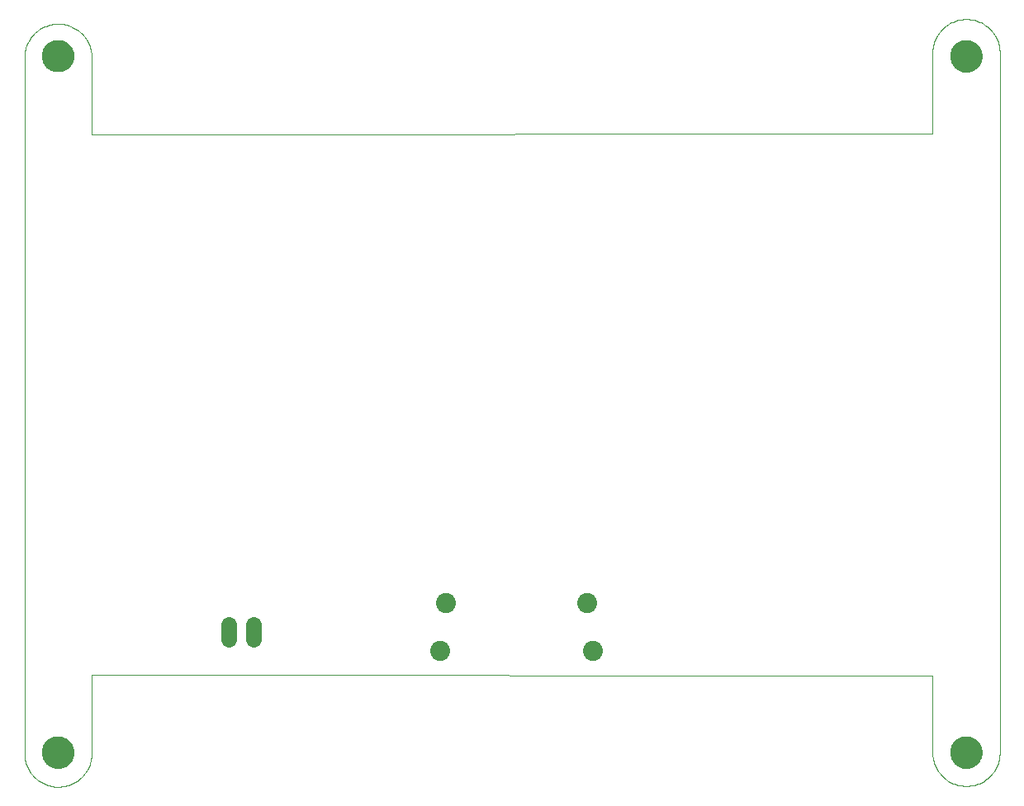
<source format=gbs>
G75*
G70*
%OFA0B0*%
%FSLAX24Y24*%
%IPPOS*%
%LPD*%
%AMOC8*
5,1,8,0,0,1.08239X$1,22.5*
%
%ADD10C,0.0000*%
%ADD11C,0.1300*%
%ADD12C,0.0808*%
%ADD13C,0.0640*%
D10*
X000504Y001489D02*
X000504Y029619D01*
X001232Y029639D02*
X001234Y029689D01*
X001240Y029739D01*
X001250Y029788D01*
X001264Y029836D01*
X001281Y029883D01*
X001302Y029928D01*
X001327Y029972D01*
X001355Y030013D01*
X001387Y030052D01*
X001421Y030089D01*
X001458Y030123D01*
X001498Y030153D01*
X001540Y030180D01*
X001584Y030204D01*
X001630Y030225D01*
X001677Y030241D01*
X001725Y030254D01*
X001775Y030263D01*
X001824Y030268D01*
X001875Y030269D01*
X001925Y030266D01*
X001974Y030259D01*
X002023Y030248D01*
X002071Y030233D01*
X002117Y030215D01*
X002162Y030193D01*
X002205Y030167D01*
X002246Y030138D01*
X002285Y030106D01*
X002321Y030071D01*
X002353Y030033D01*
X002383Y029993D01*
X002410Y029950D01*
X002433Y029906D01*
X002452Y029860D01*
X002468Y029812D01*
X002480Y029763D01*
X002488Y029714D01*
X002492Y029664D01*
X002492Y029614D01*
X002488Y029564D01*
X002480Y029515D01*
X002468Y029466D01*
X002452Y029418D01*
X002433Y029372D01*
X002410Y029328D01*
X002383Y029285D01*
X002353Y029245D01*
X002321Y029207D01*
X002285Y029172D01*
X002246Y029140D01*
X002205Y029111D01*
X002162Y029085D01*
X002117Y029063D01*
X002071Y029045D01*
X002023Y029030D01*
X001974Y029019D01*
X001925Y029012D01*
X001875Y029009D01*
X001824Y029010D01*
X001775Y029015D01*
X001725Y029024D01*
X001677Y029037D01*
X001630Y029053D01*
X001584Y029074D01*
X001540Y029098D01*
X001498Y029125D01*
X001458Y029155D01*
X001421Y029189D01*
X001387Y029226D01*
X001355Y029265D01*
X001327Y029306D01*
X001302Y029350D01*
X001281Y029395D01*
X001264Y029442D01*
X001250Y029490D01*
X001240Y029539D01*
X001234Y029589D01*
X001232Y029639D01*
X000504Y029619D02*
X000508Y029691D01*
X000517Y029763D01*
X000529Y029835D01*
X000545Y029905D01*
X000565Y029975D01*
X000588Y030043D01*
X000615Y030110D01*
X000646Y030176D01*
X000680Y030240D01*
X000717Y030302D01*
X000757Y030362D01*
X000801Y030419D01*
X000848Y030475D01*
X000897Y030527D01*
X000950Y030577D01*
X001005Y030624D01*
X001062Y030669D01*
X001122Y030710D01*
X001183Y030747D01*
X001247Y030782D01*
X001312Y030813D01*
X001379Y030840D01*
X001448Y030864D01*
X001517Y030884D01*
X001587Y030901D01*
X001659Y030914D01*
X001731Y030923D01*
X001803Y030928D01*
X001875Y030929D01*
X001947Y030926D01*
X002019Y030920D01*
X002091Y030910D01*
X002162Y030895D01*
X002232Y030878D01*
X002301Y030856D01*
X002369Y030831D01*
X002435Y030802D01*
X002500Y030770D01*
X002563Y030734D01*
X002624Y030695D01*
X002683Y030653D01*
X002739Y030608D01*
X002793Y030560D01*
X002845Y030509D01*
X002893Y030455D01*
X002939Y030399D01*
X002982Y030340D01*
X003021Y030280D01*
X003057Y030217D01*
X003090Y030153D01*
X003119Y030086D01*
X003145Y030019D01*
X003167Y029950D01*
X003185Y029880D01*
X003200Y029809D01*
X003211Y029737D01*
X003218Y029665D01*
X003221Y029593D01*
X003220Y029521D01*
X003220Y026470D01*
X037157Y026489D01*
X037157Y029757D01*
X037158Y029757D02*
X037160Y029829D01*
X037166Y029901D01*
X037175Y029973D01*
X037189Y030044D01*
X037206Y030114D01*
X037227Y030184D01*
X037251Y030252D01*
X037279Y030318D01*
X037311Y030383D01*
X037346Y030446D01*
X037384Y030508D01*
X037426Y030567D01*
X037471Y030624D01*
X037518Y030678D01*
X037569Y030730D01*
X037622Y030779D01*
X037677Y030825D01*
X037735Y030868D01*
X037796Y030908D01*
X037858Y030945D01*
X037922Y030978D01*
X037988Y031008D01*
X038055Y031034D01*
X038124Y031057D01*
X038194Y031076D01*
X038264Y031091D01*
X038336Y031103D01*
X038408Y031111D01*
X038480Y031115D01*
X038552Y031115D01*
X038624Y031111D01*
X038696Y031103D01*
X038768Y031091D01*
X038838Y031076D01*
X038908Y031057D01*
X038977Y031034D01*
X039044Y031008D01*
X039110Y030978D01*
X039174Y030945D01*
X039236Y030908D01*
X039297Y030868D01*
X039355Y030825D01*
X039410Y030779D01*
X039463Y030730D01*
X039514Y030678D01*
X039561Y030624D01*
X039606Y030567D01*
X039648Y030508D01*
X039686Y030446D01*
X039721Y030383D01*
X039753Y030318D01*
X039781Y030252D01*
X039805Y030184D01*
X039826Y030114D01*
X039843Y030044D01*
X039857Y029973D01*
X039866Y029901D01*
X039872Y029829D01*
X039874Y029757D01*
X039874Y001489D01*
X039872Y001417D01*
X039866Y001345D01*
X039857Y001273D01*
X039843Y001202D01*
X039826Y001132D01*
X039805Y001062D01*
X039781Y000994D01*
X039753Y000928D01*
X039721Y000863D01*
X039686Y000800D01*
X039648Y000738D01*
X039606Y000679D01*
X039561Y000622D01*
X039514Y000568D01*
X039463Y000516D01*
X039410Y000467D01*
X039355Y000421D01*
X039297Y000378D01*
X039236Y000338D01*
X039174Y000301D01*
X039110Y000268D01*
X039044Y000238D01*
X038977Y000212D01*
X038908Y000189D01*
X038838Y000170D01*
X038768Y000155D01*
X038696Y000143D01*
X038624Y000135D01*
X038552Y000131D01*
X038480Y000131D01*
X038408Y000135D01*
X038336Y000143D01*
X038264Y000155D01*
X038194Y000170D01*
X038124Y000189D01*
X038055Y000212D01*
X037988Y000238D01*
X037922Y000268D01*
X037858Y000301D01*
X037796Y000338D01*
X037735Y000378D01*
X037677Y000421D01*
X037622Y000467D01*
X037569Y000516D01*
X037518Y000568D01*
X037471Y000622D01*
X037426Y000679D01*
X037384Y000738D01*
X037346Y000800D01*
X037311Y000863D01*
X037279Y000928D01*
X037251Y000994D01*
X037227Y001062D01*
X037206Y001132D01*
X037189Y001202D01*
X037175Y001273D01*
X037166Y001345D01*
X037160Y001417D01*
X037158Y001489D01*
X037157Y001489D02*
X037157Y004600D01*
X003220Y004619D01*
X003220Y001430D01*
X003221Y001430D02*
X003217Y001358D01*
X003210Y001286D01*
X003199Y001215D01*
X003184Y001144D01*
X003165Y001074D01*
X003143Y001005D01*
X003117Y000938D01*
X003087Y000872D01*
X003054Y000807D01*
X003018Y000745D01*
X002978Y000684D01*
X002935Y000626D01*
X002889Y000570D01*
X002840Y000517D01*
X002789Y000466D01*
X002734Y000418D01*
X002678Y000373D01*
X002619Y000331D01*
X002558Y000293D01*
X002495Y000257D01*
X002430Y000225D01*
X002363Y000197D01*
X002295Y000172D01*
X002226Y000151D01*
X002156Y000133D01*
X002085Y000119D01*
X002013Y000109D01*
X001941Y000103D01*
X001869Y000101D01*
X001796Y000103D01*
X001724Y000108D01*
X001652Y000117D01*
X001581Y000130D01*
X001511Y000147D01*
X001441Y000168D01*
X001373Y000192D01*
X001307Y000220D01*
X001241Y000251D01*
X001178Y000286D01*
X001116Y000324D01*
X001057Y000365D01*
X001000Y000410D01*
X000945Y000457D01*
X000893Y000507D01*
X000844Y000560D01*
X000797Y000616D01*
X000754Y000673D01*
X000713Y000734D01*
X000676Y000796D01*
X000643Y000860D01*
X000613Y000925D01*
X000586Y000993D01*
X000563Y001061D01*
X000543Y001131D01*
X000528Y001202D01*
X000516Y001273D01*
X000508Y001345D01*
X000504Y001417D01*
X000503Y001490D01*
X001232Y001489D02*
X001234Y001539D01*
X001240Y001589D01*
X001250Y001638D01*
X001264Y001686D01*
X001281Y001733D01*
X001302Y001778D01*
X001327Y001822D01*
X001355Y001863D01*
X001387Y001902D01*
X001421Y001939D01*
X001458Y001973D01*
X001498Y002003D01*
X001540Y002030D01*
X001584Y002054D01*
X001630Y002075D01*
X001677Y002091D01*
X001725Y002104D01*
X001775Y002113D01*
X001824Y002118D01*
X001875Y002119D01*
X001925Y002116D01*
X001974Y002109D01*
X002023Y002098D01*
X002071Y002083D01*
X002117Y002065D01*
X002162Y002043D01*
X002205Y002017D01*
X002246Y001988D01*
X002285Y001956D01*
X002321Y001921D01*
X002353Y001883D01*
X002383Y001843D01*
X002410Y001800D01*
X002433Y001756D01*
X002452Y001710D01*
X002468Y001662D01*
X002480Y001613D01*
X002488Y001564D01*
X002492Y001514D01*
X002492Y001464D01*
X002488Y001414D01*
X002480Y001365D01*
X002468Y001316D01*
X002452Y001268D01*
X002433Y001222D01*
X002410Y001178D01*
X002383Y001135D01*
X002353Y001095D01*
X002321Y001057D01*
X002285Y001022D01*
X002246Y000990D01*
X002205Y000961D01*
X002162Y000935D01*
X002117Y000913D01*
X002071Y000895D01*
X002023Y000880D01*
X001974Y000869D01*
X001925Y000862D01*
X001875Y000859D01*
X001824Y000860D01*
X001775Y000865D01*
X001725Y000874D01*
X001677Y000887D01*
X001630Y000903D01*
X001584Y000924D01*
X001540Y000948D01*
X001498Y000975D01*
X001458Y001005D01*
X001421Y001039D01*
X001387Y001076D01*
X001355Y001115D01*
X001327Y001156D01*
X001302Y001200D01*
X001281Y001245D01*
X001264Y001292D01*
X001250Y001340D01*
X001240Y001389D01*
X001234Y001439D01*
X001232Y001489D01*
X037886Y001489D02*
X037888Y001539D01*
X037894Y001589D01*
X037904Y001638D01*
X037918Y001686D01*
X037935Y001733D01*
X037956Y001778D01*
X037981Y001822D01*
X038009Y001863D01*
X038041Y001902D01*
X038075Y001939D01*
X038112Y001973D01*
X038152Y002003D01*
X038194Y002030D01*
X038238Y002054D01*
X038284Y002075D01*
X038331Y002091D01*
X038379Y002104D01*
X038429Y002113D01*
X038478Y002118D01*
X038529Y002119D01*
X038579Y002116D01*
X038628Y002109D01*
X038677Y002098D01*
X038725Y002083D01*
X038771Y002065D01*
X038816Y002043D01*
X038859Y002017D01*
X038900Y001988D01*
X038939Y001956D01*
X038975Y001921D01*
X039007Y001883D01*
X039037Y001843D01*
X039064Y001800D01*
X039087Y001756D01*
X039106Y001710D01*
X039122Y001662D01*
X039134Y001613D01*
X039142Y001564D01*
X039146Y001514D01*
X039146Y001464D01*
X039142Y001414D01*
X039134Y001365D01*
X039122Y001316D01*
X039106Y001268D01*
X039087Y001222D01*
X039064Y001178D01*
X039037Y001135D01*
X039007Y001095D01*
X038975Y001057D01*
X038939Y001022D01*
X038900Y000990D01*
X038859Y000961D01*
X038816Y000935D01*
X038771Y000913D01*
X038725Y000895D01*
X038677Y000880D01*
X038628Y000869D01*
X038579Y000862D01*
X038529Y000859D01*
X038478Y000860D01*
X038429Y000865D01*
X038379Y000874D01*
X038331Y000887D01*
X038284Y000903D01*
X038238Y000924D01*
X038194Y000948D01*
X038152Y000975D01*
X038112Y001005D01*
X038075Y001039D01*
X038041Y001076D01*
X038009Y001115D01*
X037981Y001156D01*
X037956Y001200D01*
X037935Y001245D01*
X037918Y001292D01*
X037904Y001340D01*
X037894Y001389D01*
X037888Y001439D01*
X037886Y001489D01*
X037886Y029619D02*
X037888Y029669D01*
X037894Y029719D01*
X037904Y029768D01*
X037918Y029816D01*
X037935Y029863D01*
X037956Y029908D01*
X037981Y029952D01*
X038009Y029993D01*
X038041Y030032D01*
X038075Y030069D01*
X038112Y030103D01*
X038152Y030133D01*
X038194Y030160D01*
X038238Y030184D01*
X038284Y030205D01*
X038331Y030221D01*
X038379Y030234D01*
X038429Y030243D01*
X038478Y030248D01*
X038529Y030249D01*
X038579Y030246D01*
X038628Y030239D01*
X038677Y030228D01*
X038725Y030213D01*
X038771Y030195D01*
X038816Y030173D01*
X038859Y030147D01*
X038900Y030118D01*
X038939Y030086D01*
X038975Y030051D01*
X039007Y030013D01*
X039037Y029973D01*
X039064Y029930D01*
X039087Y029886D01*
X039106Y029840D01*
X039122Y029792D01*
X039134Y029743D01*
X039142Y029694D01*
X039146Y029644D01*
X039146Y029594D01*
X039142Y029544D01*
X039134Y029495D01*
X039122Y029446D01*
X039106Y029398D01*
X039087Y029352D01*
X039064Y029308D01*
X039037Y029265D01*
X039007Y029225D01*
X038975Y029187D01*
X038939Y029152D01*
X038900Y029120D01*
X038859Y029091D01*
X038816Y029065D01*
X038771Y029043D01*
X038725Y029025D01*
X038677Y029010D01*
X038628Y028999D01*
X038579Y028992D01*
X038529Y028989D01*
X038478Y028990D01*
X038429Y028995D01*
X038379Y029004D01*
X038331Y029017D01*
X038284Y029033D01*
X038238Y029054D01*
X038194Y029078D01*
X038152Y029105D01*
X038112Y029135D01*
X038075Y029169D01*
X038041Y029206D01*
X038009Y029245D01*
X037981Y029286D01*
X037956Y029330D01*
X037935Y029375D01*
X037918Y029422D01*
X037904Y029470D01*
X037894Y029519D01*
X037888Y029569D01*
X037886Y029619D01*
D11*
X038516Y029619D03*
X001862Y029639D03*
X001862Y001489D03*
X038516Y001489D03*
D12*
X023457Y005603D03*
X023220Y007533D03*
X017512Y007533D03*
X017276Y005603D03*
D13*
X009764Y006071D02*
X009764Y006671D01*
X008764Y006671D02*
X008764Y006071D01*
M02*

</source>
